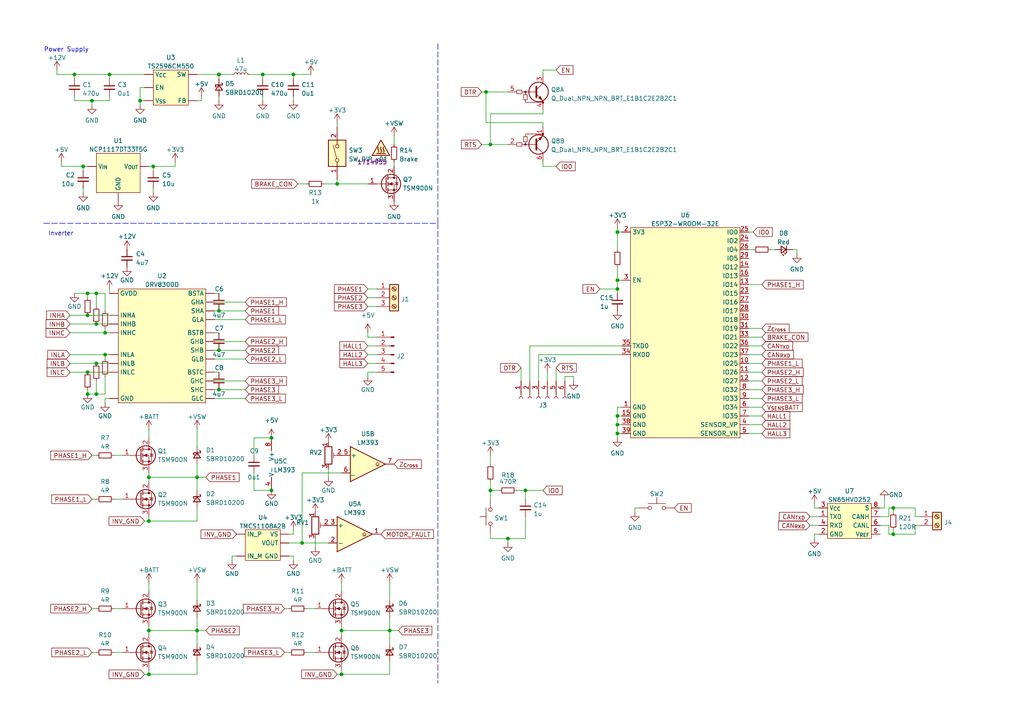
<source format=kicad_sch>
(kicad_sch (version 20211123) (generator eeschema)
  (paper "A4")
  (title_block (title "Big Robit Motor Driver") (date "2022-05-11") (rev "1.0"))
  (junction (at 44.45 48.26))
  (junction (at 152.4 142.24))
  (junction (at 30.48 96.52))
  (junction (at 31.75 21.59))
  (junction (at 26.67 29.21))
  (junction (at 179.07 81.28))
  (junction (at 43.18 195.58))
  (junction (at 179.07 67.31))
  (junction (at 63.5 113.03))
  (junction (at 21.59 21.59))
  (junction (at 30.48 102.87))
  (junction (at 43.18 151.13))
  (junction (at 25.4 107.95))
  (junction (at 27.94 105.41))
  (junction (at 63.5 90.17))
  (junction (at 27.94 85.09))
  (junction (at 63.5 101.6))
  (junction (at 43.18 182.88))
  (junction (at 113.03 182.88))
  (junction (at 142.24 41.91))
  (junction (at 63.5 21.59))
  (junction (at 99.06 195.58))
  (junction (at 40.64 29.21))
  (junction (at 259.08 147.32))
  (junction (at 25.4 114.3))
  (junction (at 179.07 125.73))
  (junction (at 76.2 21.59))
  (junction (at 57.15 182.88))
  (junction (at 179.07 123.19))
  (junction (at 179.07 120.65))
  (junction (at 78.74 127))
  (junction (at 27.94 114.3))
  (junction (at 179.07 83.82))
  (junction (at 78.74 142.24))
  (junction (at 24.13 48.26))
  (junction (at 43.18 138.43))
  (junction (at 97.79 53.34))
  (junction (at 85.09 21.59))
  (junction (at 27.94 93.98))
  (junction (at 87.63 157.48))
  (junction (at 142.24 142.24))
  (junction (at 57.15 138.43))
  (junction (at 25.4 85.09))
  (junction (at 147.32 156.21))
  (junction (at 25.4 91.44))
  (junction (at 99.06 182.88))
  (junction (at 140.97 26.67))
  (junction (at 259.08 154.94))
  (wire (pts (xy 43.18 138.43) (xy 43.18 139.7)))
  (wire (pts (xy 217.17 72.39) (xy 218.44 72.39)))
  (wire (pts (xy 43.18 181.61) (xy 43.18 182.88)))
  (wire (pts (xy 41.91 21.59) (xy 31.75 21.59)))
  (wire (pts (xy 217.17 102.87) (xy 220.98 102.87)))
  (wire (pts (xy 179.07 67.31) (xy 179.07 72.39)))
  (wire (pts (xy 31.75 83.82) (xy 31.75 85.09)))
  (wire (pts (xy 24.13 48.26) (xy 25.4 48.26)))
  (wire (pts (xy 33.02 132.08) (xy 35.56 132.08)))
  (wire (pts (xy 106.68 97.79) (xy 106.68 96.52)))
  (wire (pts (xy 217.17 113.03) (xy 220.98 113.03)))
  (wire (pts (xy 57.15 134.62) (xy 57.15 138.43)))
  (wire (pts (xy 43.18 124.46) (xy 43.18 127)))
  (wire (pts (xy 88.9 176.53) (xy 91.44 176.53)))
  (wire (pts (xy 20.32 93.98) (xy 27.94 93.98)))
  (wire (pts (xy 21.59 29.21) (xy 26.67 29.21)))
  (wire (pts (xy 229.87 72.39) (xy 231.14 72.39)))
  (wire (pts (xy 63.5 90.17) (xy 71.12 90.17)))
  (polyline (pts (xy 127 12.7) (xy 127 64.77)))
  (wire (pts (xy 85.09 153.67) (xy 85.09 154.94)))
  (wire (pts (xy 73.66 132.08) (xy 73.66 127)))
  (wire (pts (xy 63.5 22.86) (xy 63.5 21.59)))
  (wire (pts (xy 17.78 46.99) (xy 17.78 48.26)))
  (wire (pts (xy 57.15 138.43) (xy 57.15 142.24)))
  (wire (pts (xy 26.67 176.53) (xy 27.94 176.53)))
  (wire (pts (xy 40.64 29.21) (xy 40.64 25.4)))
  (wire (pts (xy 257.81 152.4) (xy 255.27 152.4)))
  (wire (pts (xy 106.68 86.36) (xy 109.22 86.36)))
  (wire (pts (xy 99.06 181.61) (xy 99.06 182.88)))
  (wire (pts (xy 31.75 29.21) (xy 26.67 29.21)))
  (wire (pts (xy 91.44 156.21) (xy 91.44 158.75)))
  (wire (pts (xy 234.95 149.86) (xy 237.49 149.86)))
  (polyline (pts (xy 127 64.77) (xy 127 198.12)))
  (wire (pts (xy 236.22 147.32) (xy 237.49 147.32)))
  (wire (pts (xy 179.07 83.82) (xy 179.07 85.09)))
  (wire (pts (xy 71.12 104.14) (xy 62.23 104.14)))
  (wire (pts (xy 157.48 48.26) (xy 157.48 46.99)))
  (wire (pts (xy 99.06 182.88) (xy 99.06 184.15)))
  (wire (pts (xy 217.17 67.31) (xy 218.44 67.31)))
  (wire (pts (xy 99.06 168.91) (xy 99.06 171.45)))
  (wire (pts (xy 71.12 87.63) (xy 62.23 87.63)))
  (wire (pts (xy 85.09 21.59) (xy 76.2 21.59)))
  (wire (pts (xy 223.52 72.39) (xy 224.79 72.39)))
  (wire (pts (xy 30.48 102.87) (xy 31.75 102.87)))
  (wire (pts (xy 217.17 100.33) (xy 220.98 100.33)))
  (wire (pts (xy 106.68 100.33) (xy 109.22 100.33)))
  (wire (pts (xy 255.27 147.32) (xy 256.54 147.32)))
  (wire (pts (xy 30.48 102.87) (xy 30.48 104.14)))
  (wire (pts (xy 21.59 27.94) (xy 21.59 29.21)))
  (wire (pts (xy 185.42 147.32) (xy 184.15 147.32)))
  (wire (pts (xy 73.66 127) (xy 78.74 127)))
  (wire (pts (xy 63.5 21.59) (xy 67.31 21.59)))
  (wire (pts (xy 217.17 118.11) (xy 220.98 118.11)))
  (wire (pts (xy 217.17 105.41) (xy 220.98 105.41)))
  (wire (pts (xy 99.06 182.88) (xy 113.03 182.88)))
  (wire (pts (xy 57.15 129.54) (xy 57.15 124.46)))
  (wire (pts (xy 20.32 102.87) (xy 30.48 102.87)))
  (wire (pts (xy 265.43 147.32) (xy 265.43 149.86)))
  (wire (pts (xy 114.3 39.37) (xy 114.3 41.91)))
  (wire (pts (xy 57.15 182.88) (xy 57.15 186.69)))
  (wire (pts (xy 62.23 96.52) (xy 63.5 96.52)))
  (wire (pts (xy 25.4 91.44) (xy 31.75 91.44)))
  (wire (pts (xy 71.12 115.57) (xy 62.23 115.57)))
  (wire (pts (xy 30.48 90.17) (xy 30.48 85.09)))
  (wire (pts (xy 40.64 30.48) (xy 40.64 29.21)))
  (wire (pts (xy 57.15 173.99) (xy 57.15 168.91)))
  (wire (pts (xy 43.18 168.91) (xy 43.18 171.45)))
  (wire (pts (xy 30.48 96.52) (xy 31.75 96.52)))
  (wire (pts (xy 27.94 110.49) (xy 27.94 114.3)))
  (wire (pts (xy 142.24 41.91) (xy 147.32 41.91)))
  (wire (pts (xy 25.4 85.09) (xy 25.4 86.36)))
  (polyline (pts (xy 12.7 64.77) (xy 127 64.77)))
  (wire (pts (xy 21.59 21.59) (xy 21.59 22.86)))
  (wire (pts (xy 63.5 101.6) (xy 71.12 101.6)))
  (wire (pts (xy 259.08 153.67) (xy 259.08 154.94)))
  (wire (pts (xy 265.43 149.86) (xy 266.7 149.86)))
  (wire (pts (xy 30.48 109.22) (xy 30.48 114.3)))
  (wire (pts (xy 30.48 95.25) (xy 30.48 96.52)))
  (wire (pts (xy 43.18 182.88) (xy 57.15 182.88)))
  (wire (pts (xy 85.09 161.29) (xy 83.82 161.29)))
  (wire (pts (xy 21.59 21.59) (xy 16.51 21.59)))
  (wire (pts (xy 179.07 118.11) (xy 179.07 120.65)))
  (wire (pts (xy 33.02 144.78) (xy 35.56 144.78)))
  (wire (pts (xy 99.06 137.16) (xy 87.63 137.16)))
  (wire (pts (xy 217.17 115.57) (xy 220.98 115.57)))
  (wire (pts (xy 157.48 31.75) (xy 157.48 33.02)))
  (wire (pts (xy 179.07 125.73) (xy 180.34 125.73)))
  (wire (pts (xy 106.68 105.41) (xy 109.22 105.41)))
  (wire (pts (xy 156.21 102.87) (xy 156.21 110.49)))
  (wire (pts (xy 109.22 107.95) (xy 106.68 107.95)))
  (wire (pts (xy 30.48 85.09) (xy 27.94 85.09)))
  (wire (pts (xy 31.75 21.59) (xy 31.75 22.86)))
  (wire (pts (xy 85.09 162.56) (xy 85.09 161.29)))
  (wire (pts (xy 97.79 35.56) (xy 97.79 36.83)))
  (wire (pts (xy 152.4 149.86) (xy 152.4 156.21)))
  (wire (pts (xy 62.23 85.09) (xy 63.5 85.09)))
  (wire (pts (xy 217.17 82.55) (xy 220.98 82.55)))
  (wire (pts (xy 142.24 156.21) (xy 147.32 156.21)))
  (wire (pts (xy 217.17 97.79) (xy 220.98 97.79)))
  (wire (pts (xy 179.07 120.65) (xy 180.34 120.65)))
  (wire (pts (xy 27.94 93.98) (xy 31.75 93.98)))
  (wire (pts (xy 71.12 92.71) (xy 62.23 92.71)))
  (wire (pts (xy 43.18 195.58) (xy 43.18 194.31)))
  (wire (pts (xy 26.67 189.23) (xy 27.94 189.23)))
  (wire (pts (xy 161.29 20.32) (xy 157.48 20.32)))
  (wire (pts (xy 76.2 27.94) (xy 76.2 29.21)))
  (wire (pts (xy 57.15 182.88) (xy 59.69 182.88)))
  (wire (pts (xy 142.24 33.02) (xy 142.24 41.91)))
  (wire (pts (xy 82.55 176.53) (xy 83.82 176.53)))
  (wire (pts (xy 95.25 138.43) (xy 95.25 135.89)))
  (wire (pts (xy 26.67 144.78) (xy 27.94 144.78)))
  (wire (pts (xy 99.06 195.58) (xy 99.06 194.31)))
  (wire (pts (xy 234.95 152.4) (xy 237.49 152.4)))
  (wire (pts (xy 259.08 147.32) (xy 259.08 148.59)))
  (wire (pts (xy 41.91 195.58) (xy 43.18 195.58)))
  (wire (pts (xy 57.15 151.13) (xy 43.18 151.13)))
  (wire (pts (xy 217.17 95.25) (xy 220.98 95.25)))
  (wire (pts (xy 41.91 151.13) (xy 43.18 151.13)))
  (wire (pts (xy 157.48 33.02) (xy 142.24 33.02)))
  (wire (pts (xy 21.59 21.59) (xy 31.75 21.59)))
  (wire (pts (xy 113.03 179.07) (xy 113.03 182.88)))
  (wire (pts (xy 217.17 107.95) (xy 220.98 107.95)))
  (wire (pts (xy 85.09 21.59) (xy 90.17 21.59)))
  (wire (pts (xy 71.12 99.06) (xy 62.23 99.06)))
  (wire (pts (xy 62.23 107.95) (xy 63.5 107.95)))
  (wire (pts (xy 179.07 125.73) (xy 179.07 127)))
  (wire (pts (xy 43.18 151.13) (xy 43.18 149.86)))
  (wire (pts (xy 113.03 195.58) (xy 99.06 195.58)))
  (wire (pts (xy 259.08 147.32) (xy 265.43 147.32)))
  (wire (pts (xy 161.29 106.68) (xy 161.29 110.49)))
  (wire (pts (xy 97.79 53.34) (xy 93.98 53.34)))
  (wire (pts (xy 30.48 114.3) (xy 27.94 114.3)))
  (wire (pts (xy 231.14 72.39) (xy 231.14 73.66)))
  (wire (pts (xy 113.03 182.88) (xy 115.57 182.88)))
  (wire (pts (xy 179.07 81.28) (xy 179.07 77.47)))
  (wire (pts (xy 71.12 110.49) (xy 62.23 110.49)))
  (wire (pts (xy 265.43 152.4) (xy 265.43 154.94)))
  (wire (pts (xy 21.59 85.09) (xy 25.4 85.09)))
  (wire (pts (xy 157.48 35.56) (xy 140.97 35.56)))
  (wire (pts (xy 43.18 137.16) (xy 43.18 138.43)))
  (wire (pts (xy 24.13 48.26) (xy 24.13 49.53)))
  (wire (pts (xy 157.48 20.32) (xy 157.48 21.59)))
  (wire (pts (xy 16.51 21.59) (xy 16.51 20.32)))
  (wire (pts (xy 180.34 118.11) (xy 179.07 118.11)))
  (wire (pts (xy 31.75 27.94) (xy 31.75 29.21)))
  (wire (pts (xy 179.07 123.19) (xy 180.34 123.19)))
  (wire (pts (xy 57.15 195.58) (xy 43.18 195.58)))
  (wire (pts (xy 151.13 106.68) (xy 151.13 110.49)))
  (wire (pts (xy 50.8 46.99) (xy 50.8 48.26)))
  (wire (pts (xy 259.08 154.94) (xy 257.81 154.94)))
  (wire (pts (xy 142.24 142.24) (xy 142.24 144.78)))
  (wire (pts (xy 257.81 149.86) (xy 257.81 147.32)))
  (wire (pts (xy 67.31 161.29) (xy 67.31 162.56)))
  (wire (pts (xy 179.07 67.31) (xy 179.07 66.04)))
  (wire (pts (xy 158.75 107.95) (xy 158.75 110.49)))
  (wire (pts (xy 33.02 189.23) (xy 35.56 189.23)))
  (wire (pts (xy 106.68 107.95) (xy 106.68 109.22)))
  (wire (pts (xy 27.94 114.3) (xy 25.4 114.3)))
  (wire (pts (xy 255.27 149.86) (xy 257.81 149.86)))
  (wire (pts (xy 26.67 29.21) (xy 26.67 30.48)))
  (wire (pts (xy 266.7 152.4) (xy 265.43 152.4)))
  (wire (pts (xy 236.22 146.05) (xy 236.22 147.32)))
  (wire (pts (xy 82.55 189.23) (xy 83.82 189.23)))
  (wire (pts (xy 179.07 81.28) (xy 179.07 83.82)))
  (wire (pts (xy 57.15 147.32) (xy 57.15 151.13)))
  (wire (pts (xy 113.03 168.91) (xy 113.03 173.99)))
  (wire (pts (xy 87.63 137.16) (xy 87.63 157.48)))
  (wire (pts (xy 236.22 154.94) (xy 237.49 154.94)))
  (wire (pts (xy 163.83 109.22) (xy 166.37 109.22)))
  (wire (pts (xy 149.86 142.24) (xy 152.4 142.24)))
  (wire (pts (xy 43.18 182.88) (xy 43.18 184.15)))
  (wire (pts (xy 87.63 157.48) (xy 95.25 157.48)))
  (wire (pts (xy 161.29 48.26) (xy 157.48 48.26)))
  (wire (pts (xy 83.82 157.48) (xy 87.63 157.48)))
  (wire (pts (xy 62.23 90.17) (xy 63.5 90.17)))
  (wire (pts (xy 20.32 96.52) (xy 30.48 96.52)))
  (wire (pts (xy 62.23 101.6) (xy 63.5 101.6)))
  (wire (pts (xy 152.4 156.21) (xy 147.32 156.21)))
  (wire (pts (xy 44.45 49.53) (xy 44.45 48.26)))
  (wire (pts (xy 26.67 132.08) (xy 27.94 132.08)))
  (wire (pts (xy 147.32 156.21) (xy 147.32 157.48)))
  (wire (pts (xy 24.13 55.88) (xy 24.13 54.61)))
  (wire (pts (xy 76.2 21.59) (xy 76.2 22.86)))
  (wire (pts (xy 73.66 137.16) (xy 73.66 142.24)))
  (wire (pts (xy 43.18 138.43) (xy 57.15 138.43)))
  (wire (pts (xy 180.34 81.28) (xy 179.07 81.28)))
  (wire (pts (xy 44.45 48.26) (xy 50.8 48.26)))
  (wire (pts (xy 57.15 21.59) (xy 63.5 21.59)))
  (wire (pts (xy 85.09 154.94) (xy 83.82 154.94)))
  (wire (pts (xy 217.17 120.65) (xy 220.98 120.65)))
  (wire (pts (xy 20.32 105.41) (xy 27.94 105.41)))
  (wire (pts (xy 113.03 191.77) (xy 113.03 195.58)))
  (wire (pts (xy 184.15 147.32) (xy 184.15 148.59)))
  (wire (pts (xy 97.79 195.58) (xy 99.06 195.58)))
  (wire (pts (xy 139.7 41.91) (xy 142.24 41.91)))
  (wire (pts (xy 180.34 67.31) (xy 179.07 67.31)))
  (wire (pts (xy 180.34 102.87) (xy 156.21 102.87)))
  (wire (pts (xy 179.07 120.65) (xy 179.07 123.19)))
  (wire (pts (xy 31.75 115.57) (xy 30.48 115.57)))
  (wire (pts (xy 179.07 123.19) (xy 179.07 125.73)))
  (wire (pts (xy 152.4 142.24) (xy 157.48 142.24)))
  (wire (pts (xy 153.67 100.33) (xy 153.67 110.49)))
  (wire (pts (xy 20.32 91.44) (xy 25.4 91.44)))
  (wire (pts (xy 140.97 35.56) (xy 140.97 26.67)))
  (wire (pts (xy 217.17 123.19) (xy 220.98 123.19)))
  (wire (pts (xy 85.09 22.86) (xy 85.09 21.59)))
  (wire (pts (xy 33.02 176.53) (xy 35.56 176.53)))
  (wire (pts (xy 40.64 29.21) (xy 41.91 29.21)))
  (wire (pts (xy 20.32 107.95) (xy 25.4 107.95)))
  (wire (pts (xy 142.24 154.94) (xy 142.24 156.21)))
  (wire (pts (xy 25.4 114.3) (xy 25.4 113.03)))
  (wire (pts (xy 257.81 147.32) (xy 259.08 147.32)))
  (wire (pts (xy 106.68 88.9) (xy 109.22 88.9)))
  (wire (pts (xy 44.45 48.26) (xy 43.18 48.26)))
  (wire (pts (xy 140.97 26.67) (xy 147.32 26.67)))
  (wire (pts (xy 40.64 25.4) (xy 41.91 25.4)))
  (wire (pts (xy 44.45 54.61) (xy 44.45 55.88)))
  (wire (pts (xy 73.66 142.24) (xy 78.74 142.24)))
  (wire (pts (xy 58.42 27.94) (xy 58.42 29.21)))
  (wire (pts (xy 62.23 113.03) (xy 63.5 113.03)))
  (wire (pts (xy 142.24 132.08) (xy 142.24 134.62)))
  (wire (pts (xy 17.78 48.26) (xy 24.13 48.26)))
  (wire (pts (xy 157.48 36.83) (xy 157.48 35.56)))
  (wire (pts (xy 27.94 85.09) (xy 27.94 88.9)))
  (wire (pts (xy 72.39 21.59) (xy 76.2 21.59)))
  (wire (pts (xy 173.99 83.82) (xy 179.07 83.82)))
  (wire (pts (xy 25.4 107.95) (xy 31.75 107.95)))
  (wire (pts (xy 27.94 85.09) (xy 25.4 85.09)))
  (wire (pts (xy 57.15 138.43) (xy 59.69 138.43)))
  (wire (pts (xy 63.5 113.03) (xy 71.12 113.03)))
  (wire (pts (xy 106.68 83.82) (xy 109.22 83.82)))
  (wire (pts (xy 217.17 125.73) (xy 220.98 125.73)))
  (wire (pts (xy 265.43 154.94) (xy 259.08 154.94)))
  (wire (pts (xy 142.24 139.7) (xy 142.24 142.24)))
  (wire (pts (xy 85.09 27.94) (xy 85.09 29.21)))
  (wire (pts (xy 68.58 161.29) (xy 67.31 161.29)))
  (wire (pts (xy 106.68 102.87) (xy 109.22 102.87)))
  (wire (pts (xy 57.15 191.77) (xy 57.15 195.58)))
  (wire (pts (xy 236.22 156.21) (xy 236.22 154.94)))
  (wire (pts (xy 142.24 142.24) (xy 144.78 142.24)))
  (wire (pts (xy 88.9 189.23) (xy 91.44 189.23)))
  (wire (pts (xy 86.36 53.34) (xy 88.9 53.34)))
  (wire (pts (xy 63.5 27.94) (xy 63.5 29.21)))
  (wire (pts (xy 257.81 154.94) (xy 257.81 152.4)))
  (wire (pts (xy 113.03 182.88) (xy 113.03 186.69)))
  (wire (pts (xy 97.79 53.34) (xy 106.68 53.34)))
  (wire (pts (xy 114.3 46.99) (xy 114.3 48.26)))
  (wire (pts (xy 27.94 105.41) (xy 31.75 105.41)))
  (wire (pts (xy 180.34 100.33) (xy 153.67 100.33)))
  (wire (pts (xy 109.22 97.79) (xy 106.68 97.79)))
  (wire (pts (xy 217.17 110.49) (xy 220.98 110.49)))
  (wire (pts (xy 58.42 29.21) (xy 57.15 29.21)))
  (wire (pts (xy 166.37 109.22) (xy 166.37 110.49)))
  (wire (pts (xy 30.48 115.57) (xy 30.48 116.84)))
  (wire (pts (xy 97.79 52.07) (xy 97.79 53.34)))
  (wire (pts (xy 152.4 142.24) (xy 152.4 144.78)))
  (wire (pts (xy 57.15 179.07) (xy 57.15 182.88)))
  (wire (pts (xy 256.54 144.78) (xy 256.54 147.32)))
  (wire (pts (xy 163.83 110.49) (xy 163.83 109.22)))
  (wire (pts (xy 139.7 26.67) (xy 140.97 26.67)))
  (text "Power Supply" (at 12.7 15.24 0) (effects (font (size 1.27 1.27)) (justify left bottom)))
  (text "Inverter" (at 13.97 68.58 0) (effects (font (size 1.27 1.27)) (justify left bottom)))
  (global_label "CAN_{TXD}" (shape input) (at 220.98 100.33 0) (property "Intersheet References" "${INTERSHEET_REFS}" (effects hide)))
  (global_label "HALL2" (shape input) (at 106.68 102.87 180) (property "Intersheet References" "${INTERSHEET_REFS}" (effects hide)))
  (global_label "INV_GND" (shape input) (at 97.79 195.58 180) (property "Intersheet References" "${INTERSHEET_REFS}" (effects hide)))
  (global_label "PHASE2_H" (shape input) (at 26.67 176.53 180) (property "Intersheet References" "${INTERSHEET_REFS}" (effects hide)))
  (global_label "INHB" (shape input) (at 20.32 93.98 180) (property "Intersheet References" "${INTERSHEET_REFS}" (effects hide)))
  (global_label "INHC" (shape input) (at 20.32 96.52 180) (property "Intersheet References" "${INTERSHEET_REFS}" (effects hide)))
  (global_label "PHASE2_H" (shape input) (at 71.12 99.06 0) (property "Intersheet References" "${INTERSHEET_REFS}" (effects hide)))
  (global_label "PHASE3_H" (shape input) (at 220.98 113.03 0) (property "Intersheet References" "${INTERSHEET_REFS}" (effects hide)))
  (global_label "PHASE1_L" (shape input) (at 26.67 144.78 180) (property "Intersheet References" "${INTERSHEET_REFS}" (effects hide)))
  (global_label "BRAKE_CON" (shape input) (at 86.36 53.34 180) (property "Intersheet References" "${INTERSHEET_REFS}" (effects hide)))
  (global_label "BRAKE_CON" (shape input) (at 220.98 97.79 0) (property "Intersheet References" "${INTERSHEET_REFS}" (effects hide)))
  (global_label "PHASE1" (shape input) (at 71.12 90.17 0) (property "Intersheet References" "${INTERSHEET_REFS}" (effects hide)))
  (global_label "INLA" (shape input) (at 20.32 102.87 180) (property "Intersheet References" "${INTERSHEET_REFS}" (effects hide)))
  (global_label "PHASE1_H" (shape input) (at 71.12 87.63 0) (property "Intersheet References" "${INTERSHEET_REFS}" (effects hide)))
  (global_label "INHA" (shape input) (at 20.32 91.44 180) (property "Intersheet References" "${INTERSHEET_REFS}" (effects hide)))
  (global_label "IO0" (shape input) (at 218.44 67.31 0) (property "Intersheet References" "${INTERSHEET_REFS}" (effects hide)))
  (global_label "PHASE1_L" (shape input) (at 220.98 105.41 0) (property "Intersheet References" "${INTERSHEET_REFS}" (effects hide)))
  (global_label "EN" (shape input) (at 161.29 20.32 0) (property "Intersheet References" "${INTERSHEET_REFS}" (effects hide)))
  (global_label "HALL1" (shape input) (at 220.98 120.65 0) (property "Intersheet References" "${INTERSHEET_REFS}" (effects hide)))
  (global_label "PHASE2_L" (shape input) (at 26.67 189.23 180) (property "Intersheet References" "${INTERSHEET_REFS}" (effects hide)))
  (global_label "IO0" (shape input) (at 157.48 142.24 0) (property "Intersheet References" "${INTERSHEET_REFS}" (effects hide)))
  (global_label "DTR" (shape input) (at 139.7 26.67 180) (property "Intersheet References" "${INTERSHEET_REFS}" (effects hide)))
  (global_label "CAN_{TXD}" (shape input) (at 234.95 149.86 180) (property "Intersheet References" "${INTERSHEET_REFS}" (effects hide)))
  (global_label "INLB" (shape input) (at 20.32 105.41 180) (property "Intersheet References" "${INTERSHEET_REFS}" (effects hide)))
  (global_label "PHASE3_L" (shape input) (at 71.12 115.57 0) (property "Intersheet References" "${INTERSHEET_REFS}" (effects hide)))
  (global_label "PHASE3_L" (shape input) (at 220.98 115.57 0) (property "Intersheet References" "${INTERSHEET_REFS}" (effects hide)))
  (global_label "PHASE3" (shape input) (at 115.57 182.88 0) (property "Intersheet References" "${INTERSHEET_REFS}" (effects hide)))
  (global_label "PHASE1_L" (shape input) (at 71.12 92.71 0) (property "Intersheet References" "${INTERSHEET_REFS}" (effects hide)))
  (global_label "INLC" (shape input) (at 20.32 107.95 180) (property "Intersheet References" "${INTERSHEET_REFS}" (effects hide)))
  (global_label "EN" (shape input) (at 173.99 83.82 180) (property "Intersheet References" "${INTERSHEET_REFS}" (effects hide)))
  (global_label "INV_GND" (shape input) (at 68.58 154.94 180) (property "Intersheet References" "${INTERSHEET_REFS}" (effects hide)))
  (global_label "Z_{Cross}" (shape input) (at 114.3 134.62 0) (property "Intersheet References" "${INTERSHEET_REFS}" (effects hide)))
  (global_label "V_{SENS}BATT" (shape input) (at 220.98 118.11 0) (property "Intersheet References" "${INTERSHEET_REFS}" (effects hide)))
  (global_label "HALL1" (shape input) (at 106.68 100.33 180) (property "Intersheet References" "${INTERSHEET_REFS}" (effects hide)))
  (global_label "INV_GND" (shape input) (at 41.91 151.13 180) (property "Intersheet References" "${INTERSHEET_REFS}" (effects hide)))
  (global_label "PHASE3_L" (shape input) (at 82.55 189.23 180) (property "Intersheet References" "${INTERSHEET_REFS}" (effects hide)))
  (global_label "Z_{Cross}" (shape input) (at 220.98 95.25 0) (property "Intersheet References" "${INTERSHEET_REFS}" (effects hide)))
  (global_label "PHASE1" (shape input) (at 106.68 83.82 180) (property "Intersheet References" "${INTERSHEET_REFS}" (effects hide)))
  (global_label "PHASE1_H" (shape input) (at 26.67 132.08 180) (property "Intersheet References" "${INTERSHEET_REFS}" (effects hide)))
  (global_label "PHASE1_H" (shape input) (at 220.98 82.55 0) (property "Intersheet References" "${INTERSHEET_REFS}" (effects hide)))
  (global_label "IO0" (shape input) (at 161.29 48.26 0) (property "Intersheet References" "${INTERSHEET_REFS}" (effects hide)))
  (global_label "PHASE2" (shape input) (at 71.12 101.6 0) (property "Intersheet References" "${INTERSHEET_REFS}" (effects hide)))
  (global_label "PHASE3_H" (shape input) (at 82.55 176.53 180) (property "Intersheet References" "${INTERSHEET_REFS}" (effects hide)))
  (global_label "PHASE3" (shape input) (at 71.12 113.03 0) (property "Intersheet References" "${INTERSHEET_REFS}" (effects hide)))
  (global_label "PHASE3" (shape input) (at 106.68 88.9 180) (property "Intersheet References" "${INTERSHEET_REFS}" (effects hide)))
  (global_label "INV_GND" (shape input) (at 41.91 195.58 180) (property "Intersheet References" "${INTERSHEET_REFS}" (effects hide)))
  (global_label "DTR" (shape input) (at 151.13 106.68 180) (property "Intersheet References" "${INTERSHEET_REFS}" (effects hide)))
  (global_label "HALL2" (shape input) (at 220.98 123.19 0) (property "Intersheet References" "${INTERSHEET_REFS}" (effects hide)))
  (global_label "HALL3" (shape input) (at 106.68 105.41 180) (property "Intersheet References" "${INTERSHEET_REFS}" (effects hide)))
  (global_label "MOTOR_FAULT" (shape input) (at 110.49 154.94 0) (property "Intersheet References" "${INTERSHEET_REFS}" (effects hide)))
  (global_label "PHASE2" (shape input) (at 106.68 86.36 180) (property "Intersheet References" "${INTERSHEET_REFS}" (effects hide)))
  (global_label "PHASE2_L" (shape input) (at 220.98 110.49 0) (property "Intersheet References" "${INTERSHEET_REFS}" (effects hide)))
  (global_label "PHASE2_L" (shape input) (at 71.12 104.14 0) (property "Intersheet References" "${INTERSHEET_REFS}" (effects hide)))
  (global_label "HALL3" (shape input) (at 220.98 125.73 0) (property "Intersheet References" "${INTERSHEET_REFS}" (effects hide)))
  (global_label "CAN_{RXD}" (shape input) (at 220.98 102.87 0) (property "Intersheet References" "${INTERSHEET_REFS}" (effects hide)))
  (global_label "PHASE2_H" (shape input) (at 220.98 107.95 0) (property "Intersheet References" "${INTERSHEET_REFS}" (effects hide)))
  (global_label "RTS" (shape input) (at 139.7 41.91 180) (property "Intersheet References" "${INTERSHEET_REFS}" (effects hide)))
  (global_label "PHASE3_H" (shape input) (at 71.12 110.49 0) (property "Intersheet References" "${INTERSHEET_REFS}" (effects hide)))
  (global_label "PHASE2" (shape input) (at 59.69 182.88 0) (property "Intersheet References" "${INTERSHEET_REFS}" (effects hide)))
  (global_label "PHASE1" (shape input) (at 59.69 138.43 0) (property "Intersheet References" "${INTERSHEET_REFS}" (effects hide)))
  (global_label "EN" (shape input) (at 195.58 147.32 0) (property "Intersheet References" "${INTERSHEET_REFS}" (effects hide)))
  (global_label "CAN_{RXD}" (shape input) (at 234.95 152.4 180) (property "Intersheet References" "${INTERSHEET_REFS}" (effects hide)))
  (global_label "RTS" (shape input) (at 161.29 106.68 0) (property "Intersheet References" "${INTERSHEET_REFS}" (effects hide)))
  (symbol (lib_id "power:+VSW") (at 57.15 124.46 0) (unit 1)
    (property "Reference" "#PWR017" (effects hide))
    (property "Value" "+VSW" (at 57.15 120.8842 0))
  )
  (symbol (lib_id "Switch:SW_Push") (at 190.5 147.32 0) (unit 1)
    (property "Reference" "SW2" (at 190.5 143.2362 0))
    (property "Value" "SW_Push" (effects hide))
    (property "Footprint" "Button_Switch_SMD:SW_SPST_TL3305A" (effects hide))
    (property "Datasheet" "https://sten-eswitch-13110800-production.s3.amazonaws.com/system/asset/product_line/data_sheet/213/TL3305.pdf" (effects hide))
    (property "Part Number" "TL3305AF160QG" (effects hide))
  )
  (symbol (lib_id "Parts_Library:TMCS1108") (at 76.2 157.48 0) (unit 1)
    (property "Reference" "U4" (at 76.2 150.0972 0))
    (property "Value" "TMCS1108A2B" (at 76.2 152.6341 0))
    (property "Footprint" "Package_SO:SOIC-8_3.9x4.9mm_P1.27mm" (effects hide))
    (property "Datasheet" "https://www.ti.com/lit/ds/symlink/tmcs1108.pdf?HQS=dis-dk-null-digikeymode-dsf-pf-null-wwe&ts=1659789234555" (effects hide))
    (property "Part Number" "TMCS1108A2BQDR" (effects hide))
  )
  (symbol (lib_id "power:+3V3") (at 50.8 46.99 0) (unit 1)
    (property "Reference" "#PWR016" (effects hide))
    (property "Value" "+3V3" (at 50.8 43.4142 0))
  )
  (symbol (lib_id "power:+3V3") (at 158.75 107.95 0) (unit 1)
    (property "Reference" "#PWR044" (effects hide))
    (property "Value" "+3V3" (at 158.75 104.3742 0))
  )
  (symbol (lib_id "Device:C_Small") (at 44.45 52.07 0) (unit 1)
    (property "Reference" "C5" (at 46.99 50.8 0) (effects (justify left)))
    (property "Value" "10u" (at 46.99 53.34 0) (effects (justify left)))
    (property "Footprint" "Capacitor_SMD:C_0805_2012Metric_Pad1.18x1.45mm_HandSolder" (effects hide))
    (property "Datasheet" "https://media.digikey.com/pdf/Data%20Sheets/Samsung%20PDFs/CL21A106KOQNNNG_Spec.pdf" (effects hide))
    (property "Part Number" "CL21A106KOQNNNG" (effects hide))
  )
  (symbol (lib_id "power:GND") (at 76.2 29.21 0) (unit 1)
    (property "Reference" "#PWR022" (effects hide))
    (property "Value" "GND" (at 76.2 33.6534 0))
  )
  (symbol (lib_id "power:+BATT") (at 99.06 168.91 0) (unit 1)
    (property "Reference" "#PWR034" (effects hide))
    (property "Value" "+BATT" (at 99.06 165.3342 0))
  )
  (symbol (lib_id "Device:C_Small") (at 31.75 25.4 0) (unit 1)
    (property "Reference" "C3" (at 34.0741 24.5716 0) (effects (justify left)))
    (property "Value" "0u1" (at 34.0741 27.1085 0) (effects (justify left)))
    (property "Footprint" "Capacitor_SMD:C_0402_1005Metric_Pad0.74x0.62mm_HandSolder" (effects hide))
    (property "Datasheet" "https://media.digikey.com/pdf/Data%20Sheets/Samsung%20PDFs/CL05A104KA5NNNC.pdf" (effects hide))
    (property "Part Number" "CL05A104KA5NNNC" (effects hide))
  )
  (symbol (lib_id "Device:D_Schottky_Small") (at 57.15 144.78 270) (unit 1)
    (property "Reference" "D2" (at 59.69 143.2559 90) (effects (justify left)))
    (property "Value" "SBRD10200" (at 59.69 145.7959 90) (effects (justify left)))
    (property "Footprint" "Package_TO_SOT_SMD:TO-252-2" (effects hide))
    (property "Datasheet" "https://www.smc-diodes.com/propdf/SBRD10200%20N1314%20REV.A.pdf" (effects hide))
    (property "Part Number" "SBRD10200" (effects hide))
  )
  (symbol (lib_id "power:GND") (at 78.74 142.24 0) (unit 1)
    (property "Reference" "#PWR024" (effects hide))
    (property "Value" "GND" (at 78.74 146.05 0))
  )
  (symbol (lib_id "Device:C_Small") (at 63.5 110.49 0) (unit 1)
    (property "Reference" "C8" (at 62.23 106.68 0) (effects (justify left)))
    (property "Value" "4u7" (at 63.5 114.3 0))
    (property "Footprint" "Capacitor_SMD:C_0805_2012Metric_Pad1.18x1.45mm_HandSolder" (effects hide))
    (property "Part Number" "CL21A475KBQNNNE" (effects hide))
  )
  (symbol (lib_id "Device:Q_Dual_NPN_NPN_BRT_E1B1C2E2B2C1") (at 156.21 26.67 0) (unit 1)
    (property "Reference" "Q8" (at 159.7914 26.0131 0) (effects (justify left)))
    (property "Value" "Q_Dual_NPN_NPN_BRT_E1B1C2E2B2C1" (at 159.7914 28.55 0) (effects (justify left)))
    (property "Footprint" "Package_TO_SOT_SMD:SOT-363_SC-70-6_Handsoldering" (effects hide))
    (property "Datasheet" "https://www.diodes.com/assets/Datasheets/DDC_XXXX_U.pdf" (effects hide))
    (property "Part Number" "DDC143TU-7-F" (effects hide))
  )
  (symbol (lib_id "Device:Q_NMOS_GDS") (at 111.76 53.34 0) (unit 1)
    (property "Reference" "Q7" (at 116.84 52.07 0) (effects (justify left)))
    (property "Value" "TSM900N" (at 116.84 54.61 0) (effects (justify left)))
    (property "Footprint" "Package_TO_SOT_SMD:TO-252-2" (effects hide))
    (property "Datasheet" "https://www.taiwansemi.com/assets/uploads/datasheet/TSM900N10_A15.pdf" (effects hide))
    (property "Part Number" "TSM900N10CP ROG" (effects hide))
  )
  (symbol (lib_id "power:GND") (at 85.09 29.21 0) (unit 1)
    (property "Reference" "#PWR025" (effects hide))
    (property "Value" "GND" (at 85.09 33.6534 0))
  )
  (symbol (lib_id "power:GND") (at 26.67 30.48 0) (unit 1)
    (property "Reference" "#PWR06" (effects hide))
    (property "Value" "GND" (at 26.67 34.9234 0))
  )
  (symbol (lib_id "Device:Q_NMOS_GDS") (at 40.64 144.78 0) (unit 1)
    (property "Reference" "Q2" (at 45.72 143.51 0) (effects (justify left)))
    (property "Value" "TSM900N" (at 45.72 146.05 0) (effects (justify left)))
    (property "Footprint" "Package_TO_SOT_SMD:TO-252-2" (effects hide))
    (property "Datasheet" "https://www.taiwansemi.com/assets/uploads/datasheet/TSM900N10_A15.pdf" (effects hide))
    (property "Part Number" "TSM900N10CP ROG" (effects hide))
  )
  (symbol (lib_id "Device:Q_Dual_NPN_NPN_BRT_E1B1C2E2B2C1") (at 156.21 41.91 0) (mirror x) (unit 2)
    (property "Reference" "Q8" (at 159.7914 40.8975 0) (effects (justify left)))
    (property "Value" "Q_Dual_NPN_NPN_BRT_E1B1C2E2B2C1" (at 159.7914 43.4344 0) (effects (justify left)))
    (property "Footprint" "Package_TO_SOT_SMD:SOT-363_SC-70-6_Handsoldering" (effects hide))
    (property "Datasheet" "https://www.diodes.com/assets/Datasheets/DDC_XXXX_U.pdf" (effects hide))
    (property "Part Number" "DDC143TU-7-F" (effects hide))
  )
  (symbol (lib_id "Device:C_Small") (at 76.2 25.4 0) (unit 1)
    (property "Reference" "C10" (at 78.5241 24.5716 0) (effects (justify left)))
    (property "Value" "470u" (at 78.5241 27.1085 0) (effects (justify left)))
    (property "Footprint" "Capacitor_SMD:CP_Elec_10x12.6" (effects hide))
    (property "Datasheet" "https://www.nichicon.co.jp/english/products/pdfs/e-pcr.pdf" (effects hide))
    (property "Part Number" "PCR1E471MCL1GS" (effects hide))
  )
  (symbol (lib_id "Device:C_Small") (at 85.09 25.4 0) (unit 1)
    (property "Reference" "C11" (at 87.4141 24.5716 0) (effects (justify left)))
    (property "Value" "0u1" (at 87.4141 27.1085 0) (effects (justify left)))
    (property "Footprint" "Capacitor_SMD:C_0402_1005Metric_Pad0.74x0.62mm_HandSolder" (effects hide))
    (property "Datasheet" "https://media.digikey.com/pdf/Data%20Sheets/Samsung%20PDFs/CL05A104KA5NNNC.pdf" (effects hide))
    (property "Part Number" "CL05A104KA5NNNC" (effects hide))
  )
  (symbol (lib_id "Device:D_Schottky_Small") (at 57.15 132.08 270) (unit 1)
    (property "Reference" "D1" (at 59.69 130.5559 90) (effects (justify left)))
    (property "Value" "SBRD10200" (at 59.69 133.0959 90) (effects (justify left)))
    (property "Footprint" "Package_TO_SOT_SMD:TO-252-2" (effects hide))
    (property "Datasheet" "https://www.smc-diodes.com/propdf/SBRD10200%20N1314%20REV.A.pdf" (effects hide))
    (property "Part Number" "SBRD10200" (effects hide))
  )
  (symbol (lib_id "Device:C_Small") (at 24.13 52.07 0) (unit 1)
    (property "Reference" "C2" (at 19.05 50.8 0) (effects (justify left)))
    (property "Value" "10u" (at 17.78 53.34 0) (effects (justify left)))
    (property "Footprint" "Capacitor_SMD:C_0805_2012Metric_Pad1.18x1.45mm_HandSolder" (effects hide))
    (property "Datasheet" "https://media.digikey.com/pdf/Data%20Sheets/Samsung%20PDFs/CL21A106KOQNNNG_Spec.pdf" (effects hide))
    (property "Part Number" "CL21A106KOQNNNG" (effects hide))
  )
  (symbol (lib_id "power:GND") (at 36.83 77.47 0) (unit 1)
    (property "Reference" "#PWR011" (effects hide))
    (property "Value" "GND" (at 36.83 81.28 0))
  )
  (symbol (lib_id "Device:D_Schottky_Small") (at 113.03 189.23 270) (unit 1)
    (property "Reference" "D7" (at 115.57 187.7059 90) (effects (justify left)))
    (property "Value" "SBRD10200" (at 115.57 190.2459 90) (effects (justify left)))
    (property "Footprint" "Package_TO_SOT_SMD:TO-252-2" (effects hide))
    (property "Datasheet" "https://www.smc-diodes.com/propdf/SBRD10200%20N1314%20REV.A.pdf" (effects hide))
    (property "Part Number" "SBRD10200" (effects hide))
  )
  (symbol (lib_id "power:+5V") (at 106.68 96.52 0) (unit 1)
    (property "Reference" "#PWR035" (effects hide))
    (property "Value" "+5V" (at 106.68 91.44 0))
  )
  (symbol (lib_id "power:GND") (at 106.68 109.22 0) (unit 1)
    (property "Reference" "#PWR036" (effects hide))
    (property "Value" "GND" (at 106.68 113.03 0))
  )
  (symbol (lib_id "Device:L_Small") (at 69.85 21.59 90) (unit 1)
    (property "Reference" "L1" (at 69.85 17.5092 90))
    (property "Value" "47u" (at 69.85 20.0461 90))
    (property "Footprint" "Inductor_SMD:L_Wuerth_WE-PD-Typ-LS_Handsoldering" (effects hide))
    (property "Datasheet" "https://www.we-online.com/katalog/datasheet/744771147.pdf" (effects hide))
    (property "Part Number" "744771147" (effects hide))
  )
  (symbol (lib_id "Device:R_Small") (at 25.4 110.49 0) (unit 1)
    (property "Reference" "R2" (effects hide))
    (property "Value" "10k" (effects hide))
    (property "Footprint" "Resistor_SMD:R_0201_0603Metric_Pad0.64x0.40mm_HandSolder" (effects hide))
    (property "Datasheet" "https://www.seielect.com/catalog/sei-rmcf_rmcp.pdf" (effects hide))
    (property "Part Number" "RMCF0201FT10K0" (effects hide))
  )
  (symbol (lib_id "power:GND") (at 256.54 144.78 180) (unit 1)
    (property "Reference" "#PWR053" (effects hide))
    (property "Value" "GND" (at 257.81 143.51 0) (effects (justify right)))
  )
  (symbol (lib_id "Device:R_Small") (at 30.48 106.68 0) (unit 1)
    (property "Reference" "R6" (effects hide))
    (property "Value" "10k" (effects hide))
    (property "Footprint" "Resistor_SMD:R_0201_0603Metric_Pad0.64x0.40mm_HandSolder" (effects hide))
    (property "Datasheet" "https://www.seielect.com/catalog/sei-rmcf_rmcp.pdf" (effects hide))
    (property "Part Number" "RMCF0201FT10K0" (effects hide))
  )
  (symbol (lib_id "Device:R_Small") (at 30.48 92.71 0) (unit 1)
    (property "Reference" "R5" (effects hide))
    (property "Value" "10k" (effects hide))
    (property "Footprint" "Resistor_SMD:R_0201_0603Metric_Pad0.64x0.40mm_HandSolder" (effects hide))
    (property "Datasheet" "https://www.seielect.com/catalog/sei-rmcf_rmcp.pdf" (effects hide))
    (property "Part Number" "RMCF0201FT10K0" (effects hide))
  )
  (symbol (lib_id "power:+3V3") (at 85.09 153.67 0) (unit 1)
    (property "Reference" "#PWR026" (effects hide))
    (property "Value" "+3V3" (at 85.09 150.0942 0))
  )
  (symbol (lib_id "power:GND") (at 63.5 29.21 0) (unit 1)
    (property "Reference" "#PWR020" (effects hide))
    (property "Value" "GND" (at 63.5 33.6534 0))
  )
  (symbol (lib_id "Comparator:LM393") (at 106.68 134.62 0) (unit 2)
    (property "Reference" "U5" (at 106.68 125.8402 0))
    (property "Value" "LM393" (at 106.68 128.3771 0))
    (property "Footprint" "Package_SO:SOIC-8_3.9x4.9mm_P1.27mm" (effects hide))
    (property "Datasheet" "http://www.ti.com/lit/ds/symlink/lm393.pdf" (effects hide))
    (property "Part Number" "LM393ADR" (effects hide))
  )
  (symbol (lib_id "power:GND") (at 85.09 162.56 0) (unit 1)
    (property "Reference" "#PWR027" (effects hide))
    (property "Value" "GND" (at 85.09 166.37 0))
  )
  (symbol (lib_id "Device:C_Small") (at 36.83 74.93 0) (unit 1)
    (property "Reference" "C4" (at 39.37 73.6662 0) (effects (justify left)))
    (property "Value" "4u7" (at 39.37 76.2062 0) (effects (justify left)))
    (property "Footprint" "Capacitor_SMD:C_0805_2012Metric_Pad1.18x1.45mm_HandSolder" (effects hide))
    (property "Part Number" "CL21A475KBQNNNE" (effects hide))
  )
  (symbol (lib_id "Device:R_Small") (at 86.36 189.23 90) (unit 1)
    (property "Reference" "R12" (at 86.36 184.15 90))
    (property "Value" "4R" (at 86.36 186.69 90))
    (property "Footprint" "Resistor_SMD:R_0402_1005Metric_Pad0.72x0.64mm_HandSolder" (effects hide))
    (property "Datasheet" "https://www.te.com/commerce/DocumentDelivery/DDEController?Action=srchrtrv&DocNm=1773200&DocType=DS&DocLang=English" (effects hide))
    (property "Part Number" "CPF0402B4R0E1" (effects hide))
  )
  (symbol (lib_id "power:GND") (at 236.22 156.21 0) (unit 1)
    (property "Reference" "#PWR052" (effects hide))
    (property "Value" "GND" (at 236.22 160.6534 0))
  )
  (symbol (lib_id "Switch:SW_DIP_x01") (at 97.79 44.45 90) (unit 1)
    (property "Reference" "SW3" (at 101.092 43.6153 90) (effects (justify right)))
    (property "Value" "SW_DIP_x01" (at 101.092 46.1522 90) (effects (justify right)))
    (property "Footprint" "Button_Switch_SMD:SW_DIP_SPSTx01_Slide_6.7x4.1mm_W8.61mm_P2.54mm_LowProfile" (effects hide))
    (property "Datasheet" "https://sten-eswitch-13110800-production.s3.amazonaws.com/system/asset/product_line/data_sheet/16/KAE.pdf" (effects hide))
    (property "Part Number" "KAE01SGGT" (effects hide))
  )
  (symbol (lib_id "power:GND") (at 40.64 30.48 0) (unit 1)
    (property "Reference" "#PWR012" (effects hide))
    (property "Value" "GND" (at 40.64 34.9234 0))
  )
  (symbol (lib_id "power:+3V3") (at 95.25 128.27 0) (unit 1)
    (property "Reference" "#PWR031" (effects hide))
    (property "Value" "+3V3" (at 95.25 124.6942 0))
  )
  (symbol (lib_id "Switch:SW_Push") (at 142.24 149.86 90) (unit 1)
    (property "Reference" "SW1" (at 143.383 150.2938 90) (effects (justify right)))
    (property "Value" "SW_Push" (effects hide))
    (property "Footprint" "Button_Switch_SMD:SW_SPST_TL3305A" (effects hide))
    (property "Datasheet" "https://sten-eswitch-13110800-production.s3.amazonaws.com/system/asset/product_line/data_sheet/213/TL3305.pdf" (effects hide))
    (property "Part Number" "TL3305AF160QG" (effects hide))
  )
  (symbol (lib_id "Device:R_Small") (at 114.3 44.45 0) (unit 1)
    (property "Reference" "R14" (at 115.7986 43.6153 0) (effects (justify left)))
    (property "Value" "Brake" (at 115.7986 46.1522 0) (effects (justify left)))
    (property "Footprint" "TerminalBlock_MetzConnect:TerminalBlock_MetzConnect_Type701_RT11L02HGLU_1x02_P6.35mm_Horizontal" (effects hide))
    (property "Datasheet" "~https://media.digikey.com/pdf/Data%20Sheets/Phoenix%20Contact%20PDFs/1714955.pdf" (effects hide))
    (property "Part Number" "1714955" (at 107.95 46.99 0))
  )
  (symbol (lib_id "Device:R_Small") (at 30.48 176.53 90) (unit 1)
    (property "Reference" "R9" (at 30.48 171.45 90))
    (property "Value" "4R" (at 30.48 173.99 90))
    (property "Footprint" "Resistor_SMD:R_0402_1005Metric_Pad0.72x0.64mm_HandSolder" (effects hide))
    (property "Datasheet" "https://www.te.com/commerce/DocumentDelivery/DDEController?Action=srchrtrv&DocNm=1773200&DocType=DS&DocLang=English" (effects hide))
    (property "Part Number" "CPF0402B4R0E1" (effects hide))
  )
  (symbol (lib_id "Device:LED_Small") (at 227.33 72.39 180) (unit 1)
    (property "Reference" "D8" (at 227.2665 67.6742 0))
    (property "Value" "Red" (at 227.2665 70.2111 0))
    (property "Footprint" "LED_SMD:LED_0603_1608Metric_Pad1.05x0.95mm_HandSolder" (effects hide))
    (property "Datasheet" "~https://fscdn.rohm.com/en/products/databook/datasheet/opto/led/chip_mono/sml-d12x1-e.pdf" (effects hide))
    (property "Part Number" "SML-D12U1WT86" (effects hide))
  )
  (symbol (lib_id "power:+12V") (at 31.75 83.82 0) (unit 1)
    (property "Reference" "#PWR08" (effects hide))
    (property "Value" "+12V" (at 31.75 80.01 0))
  )
  (symbol (lib_id "power:GND") (at 91.44 158.75 0) (unit 1)
    (property "Reference" "#PWR030" (effects hide))
    (property "Value" "GND" (at 91.44 162.56 0))
  )
  (symbol (lib_id "power:+3V3") (at 179.07 66.04 0) (unit 1)
    (property "Reference" "#PWR046" (effects hide))
    (property "Value" "+3V3" (at 179.07 62.4642 0))
  )
  (symbol (lib_id "power:+5V") (at 78.74 127 0) (unit 1)
    (property "Reference" "#PWR023" (effects hide))
    (property "Value" "+5V" (at 78.74 121.92 0))
  )
  (symbol (lib_id "power:GND") (at 21.59 85.09 0) (unit 1)
    (property "Reference" "#PWR03" (effects hide))
    (property "Value" "GND" (at 21.59 88.9 0))
  )
  (symbol (lib_id "power:+5V") (at 17.78 46.99 0) (unit 1)
    (property "Reference" "#PWR02" (effects hide))
    (property "Value" "+5V" (at 17.78 43.4142 0))
  )
  (symbol (lib_id "Comparator:LM393") (at 81.28 134.62 0) (unit 3)
    (property "Reference" "U5" (at 79.375 133.7853 0) (effects (justify left)))
    (property "Value" "LM393" (at 79.375 136.3222 0) (effects (justify left)))
    (property "Footprint" "Package_SO:SOIC-8_3.9x4.9mm_P1.27mm" (effects hide))
    (property "Datasheet" "http://www.ti.com/lit/ds/symlink/lm393.pdf" (effects hide))
    (property "Part Number" "LM393ADR" (effects hide))
  )
  (symbol (lib_id "Device:R_Potentiometer_Trim") (at 91.44 152.4 0) (unit 1)
    (property "Reference" "RV1" (at 89.662 151.5653 0) (effects (justify right)))
    (property "Value" "R_Potentiometer_Trim" (effects hide))
    (property "Footprint" "Potentiometer_THT:Potentiometer_Bourns_3266W_Vertical" (effects hide))
    (property "Datasheet" "https://www.bourns.com/docs/Product-Datasheets/3266.pdf" (effects hide))
    (property "Part Number" "3266W-1-503LF" (effects hide))
  )
  (symbol (lib_id "Device:C_Small") (at 179.07 87.63 0) (unit 1)
    (property "Reference" "C15" (at 173.99 86.36 0) (effects (justify left)))
    (property "Value" "1u" (at 173.99 88.9 0) (effects (justify left)))
    (property "Footprint" "Capacitor_SMD:C_0201_0603Metric_Pad0.64x0.40mm_HandSolder" (effects hide))
    (property "Datasheet" "https://media.digikey.com/pdf/Data%20Sheets/Samsung%20PDFs/CL03A105MQ3CSNC_Spec.pdf" (effects hide))
    (property "Part Number" "CL03A105MQ3CSNC" (effects hide))
  )
  (symbol (lib_id "Device:C_Small") (at 73.66 134.62 0) (unit 1)
    (property "Reference" "C9" (at 72.39 130.81 0) (effects (justify left)))
    (property "Value" "0u1" (at 73.66 138.43 0))
    (property "Footprint" "Capacitor_SMD:C_0402_1005Metric_Pad0.74x0.62mm_HandSolder" (effects hide))
    (property "Datasheet" "https://media.digikey.com/pdf/Data%20Sheets/Samsung%20PDFs/CL05A104KA5NNNC.pdf" (effects hide))
    (property "Part Number" "CL05A104KA5NNNC" (effects hide))
  )
  (symbol (lib_id "Device:Q_NMOS_GDS") (at 96.52 176.53 0) (unit 1)
    (property "Reference" "Q5" (at 101.6 175.26 0) (effects (justify left)))
    (property "Value" "TSM900N" (at 101.6 177.8 0) (effects (justify left)))
    (property "Footprint" "Package_TO_SOT_SMD:TO-252-2" (effects hide))
    (property "Datasheet" "https://www.taiwansemi.com/assets/uploads/datasheet/TSM900N10_A15.pdf" (effects hide))
    (property "Part Number" "TSM900N10CP ROG" (effects hide))
  )
  (symbol (lib_id "power:+3V3") (at 91.44 148.59 0) (unit 1)
    (property "Reference" "#PWR029" (effects hide))
    (property "Value" "+3V3" (at 91.44 145.0142 0))
  )
  (symbol (lib_id "power:GND") (at 44.45 55.88 0) (unit 1)
    (property "Reference" "#PWR015" (effects hide))
    (property "Value" "GND" (at 44.45 60.3234 0))
  )
  (symbol (lib_id "Parts_Library:NCP1117") (at 34.29 50.8 0) (unit 1)
    (property "Reference" "U1" (at 34.29 40.801 0))
    (property "Value" "NCP1117DT33T5G" (at 34.29 43.3379 0))
    (property "Footprint" "Package_TO_SOT_SMD:TO-252-2" (effects hide))
    (property "Datasheet" "https://www.onsemi.com/pdf/datasheet/ncp1117-d.pdf" (effects hide))
    (property "Part Number" "NCP1117DT33T5G" (effects hide))
  )
  (symbol (lib_id "Comparator:LM393") (at 102.87 154.94 0) (unit 1)
    (property "Reference" "U5" (at 102.87 146.1602 0))
    (property "Value" "LM393" (at 102.87 148.6971 0))
    (property "Footprint" "Package_SO:SOIC-8_3.9x4.9mm_P1.27mm" (effects hide))
    (property "Datasheet" "http://www.ti.com/lit/ds/symlink/lm393.pdf" (effects hide))
    (property "Part Number" "LM393ADR" (effects hide))
  )
  (symbol (lib_id "Device:D_Schottky_Small") (at 113.03 176.53 270) (unit 1)
    (property "Reference" "D6" (at 115.57 175.0059 90) (effects (justify left)))
    (property "Value" "SBRD10200" (at 115.57 177.5459 90) (effects (justify left)))
    (property "Footprint" "Package_TO_SOT_SMD:TO-252-2" (effects hide))
    (property "Datasheet" "https://www.smc-diodes.com/propdf/SBRD10200%20N1314%20REV.A.pdf" (effects hide))
    (property "Part Number" "SBRD10200" (effects hide))
  )
  (symbol (lib_id "power:GND") (at 95.25 138.43 0) (unit 1)
    (property "Reference" "#PWR032" (effects hide))
    (property "Value" "GND" (at 95.25 142.24 0))
  )
  (symbol (lib_id "Device:R_Small") (at 27.94 107.95 0) (unit 1)
    (property "Reference" "R4" (effects hide))
    (property "Value" "10k" (effects hide))
    (property "Footprint" "Resistor_SMD:R_0201_0603Metric_Pad0.64x0.40mm_HandSolder" (effects hide))
    (property "Datasheet" "https://www.seielect.com/catalog/sei-rmcf_rmcp.pdf" (effects hide))
    (property "Part Number" "RMCF0201FT10K0" (effects hide))
  )
  (symbol (lib_id "Device:Q_NMOS_GDS") (at 96.52 189.23 0) (unit 1)
    (property "Reference" "Q6" (at 101.6 187.96 0) (effects (justify left)))
    (property "Value" "TSM900N" (at 101.6 190.5 0) (effects (justify left)))
    (property "Footprint" "Package_TO_SOT_SMD:TO-252-2" (effects hide))
    (property "Datasheet" "https://www.taiwansemi.com/assets/uploads/datasheet/TSM900N10_A15.pdf" (effects hide))
    (property "Part Number" "TSM900N10CP ROG" (effects hide))
  )
  (symbol (lib_id "Connector:Screw_Terminal_01x02") (at 271.78 149.86 0) (unit 1)
    (property "Reference" "J4" (at 273.812 151.5638 0) (effects (justify left)))
    (property "Value" "Screw_Terminal_01x02" (effects hide))
    (property "Footprint" "TerminalBlock_MetzConnect:TerminalBlock_MetzConnect_Type701_RT11L02HGLU_1x02_P6.35mm_Horizontal" (effects hide))
    (property "Datasheet" "~https://media.digikey.com/pdf/Data%20Sheets/Phoenix%20Contact%20PDFs/1714955.pdf" (effects hide))
    (property "Part Number" "1714955" (effects hide))
  )
  (symbol (lib_id "power:+5V") (at 58.42 27.94 0) (unit 1)
    (property "Reference" "#PWR019" (effects hide))
    (property "Value" "+5V" (at 58.42 24.3642 0))
  )
  (symbol (lib_id "Device:R_Small") (at 259.08 151.13 0) (unit 1)
    (property "Reference" "R21" (at 260.5786 150.2953 0) (effects (justify left)))
    (property "Value" "120R" (at 260.5786 152.8322 0) (effects (justify left)))
    (property "Footprint" "Resistor_THT:R_Axial_DIN0204_L3.6mm_D1.6mm_P5.08mm_Horizontal" (effects hide))
    (property "Datasheet" "https://www.seielect.com/catalog/sei-cf_cfm.pdf" (effects hide))
    (property "Part Number" "CF18JT120R" (effects hide))
  )
  (symbol (lib_id "Parts_Library:DRV8300D") (at 46.99 92.71 0) (unit 1)
    (property "Reference" "U2" (at 46.99 80.01 0))
    (property "Value" "DRV8300D" (at 46.99 82.55 0))
    (property "Footprint" "Package_SO:TSSOP-20_4.4x6.5mm_P0.65mm" (effects hide))
    (property "Datasheet" "https://www.ti.com/lit/ds/symlink/drv8300.pdf?HQS=dis-dk-null-digikeymode-dsf-pf-null-wwe&ts=1659774687484" (effects hide))
    (property "Part Number" "DRV8300DIPWR" (effects hide))
  )
  (symbol (lib_id "Device:R_Small") (at 91.44 53.34 90) (unit 1)
    (property "Reference" "R13" (at 91.44 55.88 90))
    (property "Value" "1k" (at 92.71 58.42 90) (effects (justify left)))
    (property "Footprint" "Resistor_SMD:R_0201_0603Metric_Pad0.64x0.40mm_HandSolder" (effects hide))
    (property "Datasheet" "https://www.yageo.com/upload/media/product/productsearch/datasheet/rchip/PYu-RC_Group_51_RoHS_L_11.pdf" (effects hide))
    (property "Part Number" "RC0201FR-071KL" (effects hide))
  )
  (symbol (lib_id "Device:R_Small") (at 27.94 91.44 0) (unit 1)
    (property "Reference" "R3" (effects hide))
    (property "Value" "10k" (effects hide))
    (property "Footprint" "Resistor_SMD:R_0201_0603Metric_Pad0.64x0.40mm_HandSolder" (effects hide))
    (property "Datasheet" "https://www.seielect.com/catalog/sei-rmcf_rmcp.pdf" (effects hide))
    (property "Part Number" "RMCF0201FT10K0" (effects hide))
  )
  (symbol (lib_id "power:+3V3") (at 142.24 132.08 0) (unit 1)
    (property "Reference" "#PWR042" (effects hide))
    (property "Value" "+3V3" (at 142.24 128.5042 0))
  )
  (symbol (lib_id "power:+3V3") (at 97.79 35.56 0) (unit 1)
    (property "Reference" "#PWR033" (effects hide))
    (property "Value" "+3V3" (at 97.79 31.9842 0))
  )
  (symbol (lib_id "power:GND") (at 147.32 157.48 0) (unit 1)
    (property "Reference" "#PWR043" (effects hide))
    (property "Value" "GND" (at 147.32 161.9234 0))
  )
  (symbol (lib_id "power:GND") (at 24.13 55.88 0) (unit 1)
    (property "Reference" "#PWR04" (effects hide))
    (property "Value" "GND" (at 24.13 60.3234 0))
  )
  (symbol (lib_id "power:+VSW") (at 57.15 168.91 0) (unit 1)
    (property "Reference" "#PWR018" (effects hide))
    (property "Value" "+VSW" (at 57.15 165.3342 0))
  )
  (symbol (lib_id "Device:R_Small") (at 86.36 176.53 90) (unit 1)
    (property "Reference" "R11" (at 86.36 171.45 90))
    (property "Value" "4R" (at 86.36 173.99 90))
    (property "Footprint" "Resistor_SMD:R_0402_1005Metric_Pad0.72x0.64mm_HandSolder" (effects hide))
    (property "Datasheet" "https://www.te.com/commerce/DocumentDelivery/DDEController?Action=srchrtrv&DocNm=1773200&DocType=DS&DocLang=English" (effects hide))
    (property "Part Number" "CPF0402B4R0E1" (effects hide))
  )
  (symbol (lib_id "power:GND") (at 166.37 110.49 0) (unit 1)
    (property "Reference" "#PWR045" (effects hide))
    (property "Value" "GND" (at 166.37 114.9334 0))
  )
  (symbol (lib_id "power:GND") (at 30.48 116.84 0) (unit 1)
    (property "Reference" "#PWR07" (effects hide))
    (property "Value" "GND" (at 30.48 120.65 0))
  )
  (symbol (lib_id "Device:C_Small") (at 63.5 87.63 0) (unit 1)
    (property "Reference" "C6" (at 62.23 83.82 0) (effects (justify left)))
    (property "Value" "4u7" (at 63.5 91.44 0))
    (property "Footprint" "Capacitor_SMD:C_0805_2012Metric_Pad1.18x1.45mm_HandSolder" (effects hide))
    (property "Part Number" "CL21A475KBQNNNE" (effects hide))
  )
  (symbol (lib_id "power:GND") (at 34.29 58.42 0) (unit 1)
    (property "Reference" "#PWR09" (effects hide))
    (property "Value" "GND" (at 34.29 62.8634 0))
  )
  (symbol (lib_id "power:GND") (at 231.14 73.66 0) (unit 1)
    (property "Reference" "#PWR050" (effects hide))
    (property "Value" "GND" (at 231.14 78.1034 0))
  )
  (symbol (lib_id "Device:C_Small") (at 21.59 25.4 0) (unit 1)
    (property "Reference" "C1" (at 23.9141 24.5716 0) (effects (justify left)))
    (property "Value" "470u" (at 23.9141 27.1085 0) (effects (justify left)))
    (property "Footprint" "Capacitor_SMD:CP_Elec_10x12.6" (effects hide))
    (property "Datasheet" "https://www.nichicon.co.jp/english/products/pdfs/e-pcr.pdf" (effects hide))
    (property "Part Number" "PCR1E471MCL1GS" (effects hide))
  )
  (symbol (lib_id "Device:R_Small") (at 30.48 144.78 90) (unit 1)
    (property "Reference" "R8" (at 30.48 139.7 90))
    (property "Value" "4R" (at 30.48 142.24 90))
    (property "Footprint" "Resistor_SMD:R_0402_1005Metric_Pad0.72x0.64mm_HandSolder" (effects hide))
    (property "Datasheet" "https://www.te.com/commerce/DocumentDelivery/DDEController?Action=srchrtrv&DocNm=1773200&DocType=DS&DocLang=English" (effects hide))
    (property "Part Number" "CPF0402B4R0E1" (effects hide))
  )
  (symbol (lib_id "power:GND") (at 114.3 58.42 0) (unit 1)
    (property "Reference" "#PWR041" (effects hide))
    (property "Value" "GND" (at 114.3 62.8634 0))
  )
  (symbol (lib_id "Device:Q_NMOS_GDS") (at 40.64 132.08 0) (unit 1)
    (property "Reference" "Q1" (at 45.72 130.81 0) (effects (justify left)))
    (property "Value" "TSM900N" (at 45.72 133.35 0) (effects (justify left)))
    (property "Footprint" "Package_TO_SOT_SMD:TO-252-2" (effects hide))
    (property "Datasheet" "https://www.taiwansemi.com/assets/uploads/datasheet/TSM900N10_A15.pdf" (effects hide))
    (property "Part Number" "TSM900N10CP ROG" (effects hide))
  )
  (symbol (lib_id "power:+5V") (at 236.22 146.05 0) (unit 1)
    (property "Reference" "#PWR051" (effects hide))
    (property "Value" "+5V" (at 236.22 142.4742 0))
  )
  (symbol (lib_id "Parts_Library:ESP32-WROOM-32E") (at 198.12 96.52 0) (unit 1)
    (property "Reference" "U6" (at 198.755 62.391 0))
    (property "Value" "ESP32-WROOM-32E" (at 198.755 64.9279 0))
  )
  (symbol (lib_id "Connector:Conn_01x05_Male") (at 114.3 102.87 0) (mirror y) (unit 1)
    (property "Reference" "J2" (at 115.0112 103.3038 0) (effects (justify right)))
    (property "Value" "Conn_01x05_Male" (effects hide))
    (property "Footprint" "Connector_PinHeader_2.54mm:PinHeader_1x05_P2.54mm_Vertical" (effects hide))
    (property "Datasheet" "https://www.we-online.com/katalog/datasheet/6130xx11121.pdf" (effects hide))
    (property "Part Number" "61300511121" (effects hide))
  )
  (symbol (lib_id "power:+BATT") (at 43.18 124.46 0) (unit 1)
    (property "Reference" "#PWR013" (effects hide))
    (property "Value" "+BATT" (at 43.18 120.8842 0))
  )
  (symbol (lib_id "power:+12V") (at 36.83 72.39 0) (unit 1)
    (property "Reference" "#PWR010" (effects hide))
    (property "Value" "+12V" (at 36.83 68.58 0))
  )
  (symbol (lib_id "power:+BATT") (at 43.18 168.91 0) (unit 1)
    (property "Reference" "#PWR014" (effects hide))
    (property "Value" "+BATT" (at 43.18 165.3342 0))
  )
  (symbol (lib_id "Device:R_Small") (at 179.07 74.93 0) (mirror y) (unit 1)
    (property "Reference" "R19" (effects hide))
    (property "Value" "10k" (effects hide))
    (property "Footprint" "Resistor_SMD:R_0201_0603Metric_Pad0.64x0.40mm_HandSolder" (effects hide))
    (property "Datasheet" "https://www.seielect.com/catalog/sei-rmcf_rmcp.pdf" (effects hide))
    (property "Part Number" "RMCF0201FT10K0" (effects hide))
  )
  (symbol (lib_id "Device:Q_NMOS_GDS") (at 40.64 176.53 0) (unit 1)
    (property "Reference" "Q3" (at 45.72 175.26 0) (effects (justify left)))
    (property "Value" "TSM900N" (at 45.72 177.8 0) (effects (justify left)))
    (property "Footprint" "Package_TO_SOT_SMD:TO-252-2" (effects hide))
    (property "Datasheet" "https://www.taiwansemi.com/assets/uploads/datasheet/TSM900N10_A15.pdf" (effects hide))
    (property "Part Number" "TSM900N10CP ROG" (effects hide))
  )
  (symbol (lib_id "power:GND") (at 25.4 114.3 0) (unit 1)
    (property "Reference" "#PWR05" (effects hide))
    (property "Value" "GND" (at 25.4 118.11 0))
  )
  (symbol (lib_id "Graphic:SYM_Hot_Small") (at 110.49 43.18 0) (unit 1)
    (property "Reference" "#SYM1" (effects hide))
    (property "Value" "SYM_Hot_Small" (effects hide))
  )
  (symbol (lib_id "power:GND") (at 179.07 127 0) (unit 1)
    (property "Reference" "#PWR048" (effects hide))
    (property "Value" "GND" (at 179.07 131.4434 0))
  )
  (symbol (lib_id "Connector:Conn_01x06_Female") (at 156.21 115.57 90) (mirror x) (unit 1)
    (property "Reference" "J3" (at 157.48 117.5496 90))
    (property "Value" "Conn_01x06_Female" (effects hide))
    (property "Footprint" "Connector_PinHeader_2.54mm:PinHeader_1x06_P2.54mm_Vertical" (effects hide))
    (property "Datasheet" "https://media.digikey.com/pdf/Data%20Sheets/Sullins%20PDFs/Female_Headers.100_DS.pdf" (effects hide))
    (property "Part Number" "PPTC061LFBN-RC" (effects hide))
  )
  (symbol (lib_id "power:GND") (at 67.31 162.56 0) (unit 1)
    (property "Reference" "#PWR021" (effects hide))
    (property "Value" "GND" (at 67.31 166.37 0))
  )
  (symbol (lib_id "Device:R_Small") (at 147.32 142.24 90) (unit 1)
    (property "Reference" "R18" (at 147.32 137.8036 90))
    (property "Value" "470R" (at 147.32 139.7 90))
    (property "Footprint" "Resistor_SMD:R_0603_1608Metric_Pad0.98x0.95mm_HandSolder" (effects hide))
    (property "Datasheet" "http://www.passivecomponent.com/wp-content/uploads/chipR/ASC_WR.pdf" (effects hide))
    (property "Part Number" "WR06X471 JTL" (effects hide))
  )
  (symbol (lib_id "Device:C_Small") (at 63.5 99.06 0) (unit 1)
    (property "Reference" "C7" (at 62.23 95.25 0) (effects (justify left)))
    (property "Value" "4u7" (at 63.5 102.87 0))
    (property "Footprint" "Capacitor_SMD:C_0805_2012Metric_Pad1.18x1.45mm_HandSolder" (effects hide))
    (property "Part Number" "CL21A475KBQNNNE" (effects hide))
  )
  (symbol (lib_id "Device:D_Schottky_Small") (at 57.15 176.53 270) (unit 1)
    (property "Reference" "D3" (at 59.69 175.0059 90) (effects (justify left)))
    (property "Value" "SBRD10200" (at 59.69 177.5459 90) (effects (justify left)))
    (property "Footprint" "Package_TO_SOT_SMD:TO-252-2" (effects hide))
    (property "Datasheet" "https://www.smc-diodes.com/propdf/SBRD10200%20N1314%20REV.A.pdf" (effects hide))
    (property "Part Number" "SBRD10200" (effects hide))
  )
  (symbol (lib_id "Device:R_Small") (at 142.24 137.16 0) (unit 1)
    (property "Reference" "R15" (effects hide))
    (property "Value" "10k" (effects hide))
    (property "Footprint" "Resistor_SMD:R_0201_0603Metric_Pad0.64x0.40mm_HandSolder" (effects hide))
    (property "Datasheet" "https://www.seielect.com/catalog/sei-rmcf_rmcp.pdf" (effects hide))
    (property "Part Number" "RMCF0201FT10K0" (effects hide))
  )
  (symbol (lib_id "Device:Q_NMOS_GDS") (at 40.64 189.23 0) (unit 1)
    (property "Reference" "Q4" (at 45.72 187.96 0) (effects (justify left)))
    (property "Value" "TSM900N" (at 45.72 190.5 0) (effects (justify left)))
    (property "Footprint" "Package_TO_SOT_SMD:TO-252-2" (effects hide))
    (property "Datasheet" "https://www.taiwansemi.com/assets/uploads/datasheet/TSM900N10_A15.pdf" (effects hide))
    (property "Part Number" "TSM900N10CP ROG" (effects hide))
  )
  (symbol (lib_id "power:+5V") (at 90.17 21.59 0) (unit 1)
    (property "Reference" "#PWR028" (effects hide))
    (property "Value" "+5V" (at 90.17 18.0142 0))
  )
  (symbol (lib_id "power:GND") (at 184.15 148.59 0) (unit 1)
    (property "Reference" "#PWR049" (effects hide))
    (property "Value" "GND" (at 184.15 153.0334 0))
  )
  (symbol (lib_id "Device:R_Small") (at 25.4 88.9 0) (unit 1)
    (property "Reference" "R1" (effects hide))
    (property "Value" "10k" (effects hide))
    (property "Footprint" "Resistor_SMD:R_0201_0603Metric_Pad0.64x0.40mm_HandSolder" (effects hide))
    (property "Datasheet" "https://www.seielect.com/catalog/sei-rmcf_rmcp.pdf" (effects hide))
    (property "Part Number" "RMCF0201FT10K0" (effects hide))
  )
  (symbol (lib_id "Device:C_Small") (at 152.4 147.32 0) (unit 1)
    (property "Reference" "C14" (at 154.7241 146.4916 0) (effects (justify left)))
    (property "Value" "1u" (at 154.7241 149.0285 0) (effects (justify left)))
    (property "Footprint" "Capacitor_SMD:C_0201_0603Metric_Pad0.64x0.40mm_HandSolder" (effects hide))
    (property "Datasheet" "https://media.digikey.com/pdf/Data%20Sheets/Samsung%20PDFs/CL03A105MQ3CSNC_Spec.pdf" (effects hide))
    (property "Part Number" "CL03A105MQ3CSNC" (effects hide))
  )
  (symbol (lib_id "Device:D_Schottky_Small") (at 63.5 25.4 270) (unit 1)
    (property "Reference" "D5" (at 65.278 24.3113 90) (effects (justify left)))
    (property "Value" "SBRD10200" (at 65.278 26.8482 90) (effects (justify left)))
    (property "Footprint" "Package_TO_SOT_SMD:TO-252-2" (effects hide))
    (property "Datasheet" "https://www.smc-diodes.com/propdf/SBRD10200%20N1314%20REV.A.pdf" (effects hide))
    (property "Part Number" "SBRD10200" (effects hide))
  )
  (symbol (lib_id "Parts_Library:SN65HVD252") (at 246.38 151.13 0) (unit 1)
    (property "Reference" "U7" (at 246.38 142.401 0))
    (property "Value" "SN65HVD252" (at 246.38 144.9379 0))
    (property "Footprint" "Package_SO:SOP-8_3.9x4.9mm_P1.27mm" (effects hide))
    (property "Datasheet" "https://www.ti.com/lit/ds/symlink/sn65hvd252.pdf?HQS=dis-dk-null-digikeymode-dsf-pf-null-wwe&ts=1659798355775&ref_url=https%253A%252F%252Fwww.ti.com%252Fgeneral%252Fdocs%252Fsuppproductinfo.tsp%253FdistId%253D10%2526gotoUrl%253Dhttps%253A%252F%252Fwww.ti.com%252Flit%252Fgpn%252Fsn65hvd252" (effects hide))
    (property "Part Number" "SN65HVD252D" (effects hide))
  )
  (symbol (lib_id "Parts_Library:TS2596CM550") (at 49.53 25.4 0) (unit 1)
    (property "Reference" "U3" (at 49.53 16.671 0))
    (property "Value" "TS2596CM550" (at 49.53 19.2079 0))
    (property "Footprint" "Package_TO_SOT_SMD:TO-263-5_TabPin3" (effects hide))
    (property "Datasheet" "https://www.taiwansemi.com/assets/uploads/datasheet/TS2596_G1608.pdf" (effects hide))
    (property "Part Number" "TS2596CM550 RNG" (effects hide))
  )
  (symbol (lib_id "power:+VSW") (at 114.3 39.37 0) (unit 1)
    (property "Reference" "#PWR040" (effects hide))
    (property "Value" "+VSW" (at 114.3 35.7942 0))
  )
  (symbol (lib_id "power:GND") (at 179.07 90.17 0) (unit 1)
    (property "Reference" "#PWR047" (effects hide))
    (property "Value" "GND" (at 179.07 94.6134 0))
  )
  (symbol (lib_id "Device:R_Small") (at 30.48 189.23 90) (unit 1)
    (property "Reference" "R10" (at 30.48 184.15 90))
    (property "Value" "4R" (at 30.48 186.69 90))
    (property "Footprint" "Resistor_SMD:R_0402_1005Metric_Pad0.72x0.64mm_HandSolder" (effects hide))
    (property "Datasheet" "https://www.te.com/commerce/DocumentDelivery/DDEController?Action=srchrtrv&DocNm=1773200&DocType=DS&DocLang=English" (effects hide))
    (property "Part Number" "CPF0402B4R0E1" (effects hide))
  )
  (symbol (lib_id "Device:D_Schottky_Small") (at 57.15 189.23 270) (unit 1)
    (property "Reference" "D4" (at 59.69 187.7059 90) (effects (justify left)))
    (property "Value" "SBRD10200" (at 59.69 190.2459 90) (effects (justify left)))
    (property "Footprint" "Package_TO_SOT_SMD:TO-252-2" (effects hide))
    (property "Datasheet" "https://www.smc-diodes.com/propdf/SBRD10200%20N1314%20REV.A.pdf" (effects hide))
    (property "Part Number" "SBRD10200" (effects hide))
  )
  (symbol (lib_id "power:+VSW") (at 113.03 168.91 0) (unit 1)
    (property "Reference" "#PWR039" (effects hide))
    (property "Value" "+VSW" (at 113.03 165.3342 0))
  )
  (symbol (lib_id "Device:R_Small") (at 220.98 72.39 90) (mirror x) (unit 1)
    (property "Reference" "R20" (effects hide))
    (property "Value" "10k" (effects hide))
    (property "Footprint" "Resistor_SMD:R_0201_0603Metric_Pad0.64x0.40mm_HandSolder" (effects hide))
    (property "Datasheet" "https://www.seielect.com/catalog/sei-rmcf_rmcp.pdf" (effects hide))
    (property "Part Number" "RMCF0201FT10K0" (effects hide))
  )
  (symbol (lib_id "Device:R_Small") (at 30.48 132.08 90) (unit 1)
    (property "Reference" "R7" (at 30.48 127 90))
    (property "Value" "4R" (at 30.48 129.54 90))
    (property "Footprint" "Resistor_SMD:R_0402_1005Metric_Pad0.72x0.64mm_HandSolder" (effects hide))
    (property "Datasheet" "https://www.te.com/commerce/DocumentDelivery/DDEController?Action=srchrtrv&DocNm=1773200&DocType=DS&DocLang=English" (effects hide))
    (property "Part Number" "CPF0402B4R0E1" (effects hide))
  )
  (symbol (lib_id "power:+12V") (at 16.51 20.32 0) (unit 1)
    (property "Reference" "#PWR01" (effects hide))
    (property "Value" "+12V" (at 16.51 16.7442 0))
  )
  (symbol (lib_id "Connector:Screw_Terminal_01x03") (at 114.3 86.36 0) (unit 1)
    (property "Reference" "J1" (at 116.332 86.7938 0) (effects (justify left)))
    (property "Value" "Screw_Terminal_01x03" (effects hide))
    (property "Footprint" "TerminalBlock_MetzConnect:TerminalBlock_MetzConnect_Type701_RT11L03HGLU_1x03_P6.35mm_Horizontal" (effects hide))
    (property "Part Number" "796740-3" (effects hide))
  )
  (symbol (lib_id "Device:R_Potentiometer_Trim") (at 95.25 132.08 0) (unit 1)
    (property "Reference" "RV2" (at 93.472 131.2453 0) (effects (justify right)))
    (property "Value" "R_Potentiometer_Trim" (effects hide))
    (property "Footprint" "Potentiometer_THT:Potentiometer_Bourns_3266W_Vertical" (effects hide))
    (property "Datasheet" "https://www.bourns.com/docs/Product-Datasheets/3266.pdf" (effects hide))
    (property "Part Number" "3266W-1-503LF" (effects hide))
  )
)
</source>
